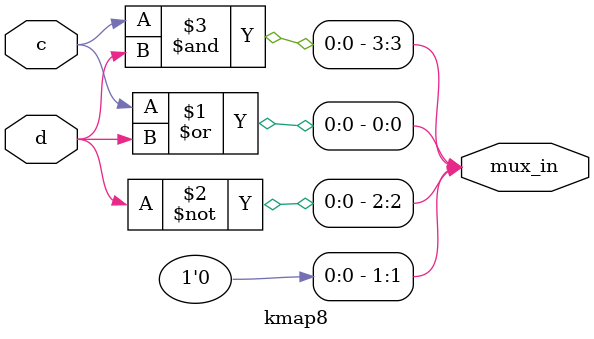
<source format=sv>
module kmap8
(
	input c,
	input d,
	output [3:0] mux_in
);

	assign mux_in[0] = c | d;
	assign mux_in[1] = 0;
	assign mux_in[2] = ~d;
	assign mux_in[3] = c & d;


endmodule
</source>
